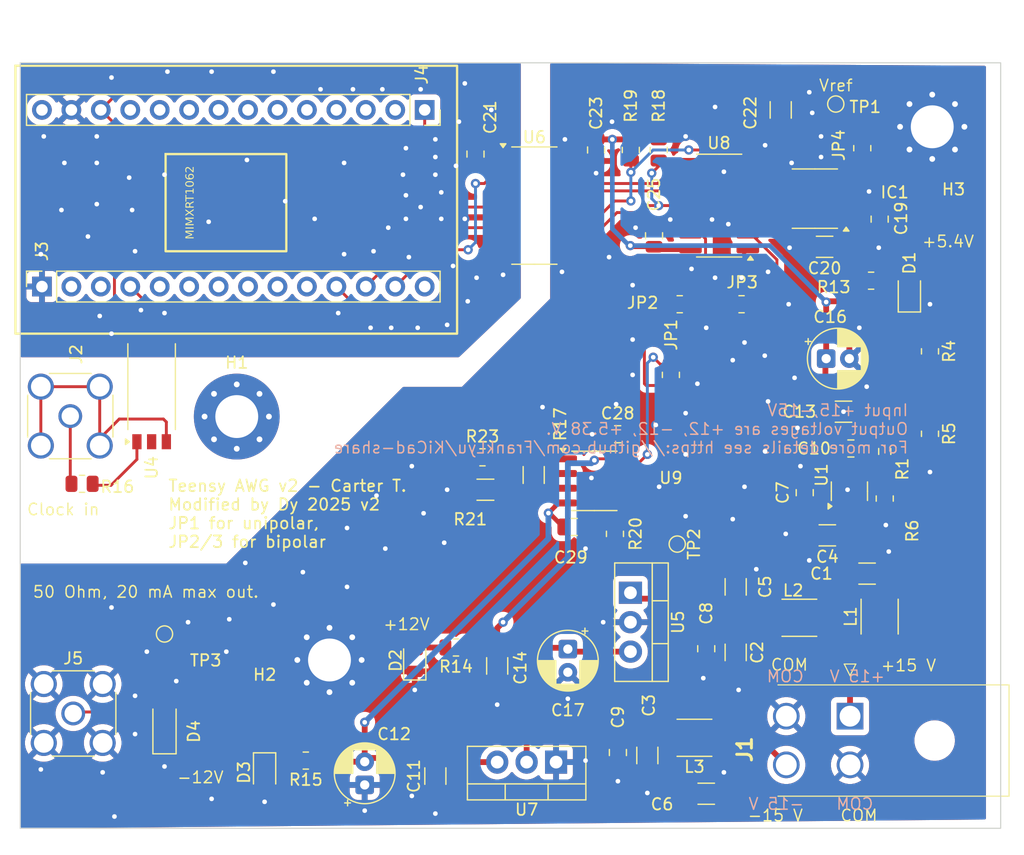
<source format=kicad_pcb>
(kicad_pcb (version 20241229) (generator "pcbnew") (generator_version "9.0")
  (layers (0 "F.Cu" signal) (4 "In1.Cu" signal) (6 "In2.Cu" signal) (2 "B.Cu" signal) (13 "F.Paste" user) (15 "B.Paste" user) (5 "F.SilkS" user "F.Silkscreen") (7 "B.SilkS" user "B.Silkscreen") (1 "F.Mask" user) (3 "B.Mask" user) (25 "Edge.Cuts" user))
  (net 0 "")
  (net 1 "+3.3V")
  (net 2 "+5V")
  (net 3 "-12V")
  (net 4 "+12V")
  (net 5 "Net-(JP1-B)")
  (net 6 "Net-(JP1-A)")
  (net 7 "Net-(JP2-A)")
  (net 8 "GND")
  (net 9 "Vp_unreg")
  (net 10 "Vn_unreg")
  (net 11 "Net-(U1-EN)")
  (net 12 "Net-(U5-VI)")
  (net 13 "Net-(U1-SENSE{slash}ADJ)")
  (net 14 "/core/SCLK")
  (net 15 "/core/LDAC")
  (net 16 "GNDD")
  (net 17 "/core/CS")
  (net 18 "/core/DIN")
  (net 19 "Net-(J2-In)")
  (net 20 "Net-(J2-Ext)")
  (net 21 "Net-(U7-VI)")
  (net 22 "Net-(C10-Pad2)")
  (net 23 "Net-(D2-A)")
  (net 24 "Net-(D3-K)")
  (net 31 "Net-(J3-Pin_4)")
  (net 46 "Net-(D4-A2)")
  (net 47 "Net-(U4-A)")
  (net 48 "Net-(U6-I{slash}OB2)")
  (net 49 "Net-(U6-I{slash}OB1)")
  (net 51 "Net-(U6-OUTB1)")
  (net 53 "Net-(U6-OUTB2)")
  (net 58 "Net-(R4-Pad2)")
  (net 59 "Net-(U9A-+)")
  (net 60 "Net-(U9A--)")
  (net 61 "Net-(R17-Pad1)")
  (net 63 "Net-(D1-A)")
  (net 66 "Net-(IC1-NR)")
  (net 67 "/core/REF_F")
  (net 68 "/core/GNDS")
  (net 69 "/core/REF_S")
  (net 70 "Net-(U8-OUT)")
  (net 71 "Net-(JP3-B)")
  (footprint "Resistor_SMD:R_1206_3216Metric" (layer "F.Cu") (at 64.6176 66.04 -90)
    (property "Reference" "R17")
    (property "Value" "ARG06BTC1001")
  )
  (footprint "Capacitor_THT:CP_Radial_D5.0mm_P2.00mm" (layer "F.Cu") (at 67.564 81.058 -90)
    (property "Reference" "C17")
    (property "Value" "HG1H226M0508PC")
  )
  (footprint "Capacitor_SMD:C_0805_2012Metric" (layer "F.Cu") (at 68.1136 70.5238)
    (property "Reference" "C29")
    (property "Value" "CC0805KRX7R9BB104")
  )
  (footprint "Capacitor_SMD:C_0805_2012Metric" (layer "F.Cu") (at 71.8636 62.5238 180)
    (property "Reference" "C28")
    (property "Value" "CC0805KRX7R9BB104")
  )
  (footprint "Connector_Coaxial:SMA_Amphenol_132134-16_Vertical" (layer "F.Cu") (at 24.892 86.614)
    (property "Reference" "J5")
    (property "Value" "HJ-SMA429")
  )
  (footprint "LED_SMD:LED_0805_2012Metric" (layer "F.Cu") (at 54.356 82.042 90)
    (property "Reference" "D2")
    (property "Value" "C2297")
  )
  (footprint "TestPoint:TestPoint_Pad_D1.0mm" (layer "F.Cu") (at 77 72 -90)
    (property "Reference" "TP2")
    (property "Value" "Out/2.5")
  )
  (footprint "Resistor_SMD:R_0805_2012Metric" (layer "F.Cu") (at 44.958 90.678 180)
    (property "Reference" "R15")
    (property "Value" "0805W8F1003T5E")
  )
  (footprint "Inductor_SMD:L_Taiyo-Yuden_MD-3030" (layer "F.Cu") (at 87.536 78.359 180)
    (property "Reference" "L2")
    (property "Value" "SWPA3015S330MT")
  )
  (footprint "TestPoint:TestPoint_Pad_D1.0mm" (layer "F.Cu") (at 90.678 34.036)
    (property "Reference" "TP1")
    (property "Value" "Ref")
  )
  (footprint "Package_SO:SOIC-8_3.9x4.9mm_P1.27mm" (layer "F.Cu") (at 88.8746 42.1992 180)
    (property "Reference" "IC1")
    (property "Value" "MAX6126AASA50+")
  )
  (footprint "Package_SO:SOIC-16_3.9x9.9mm_P1.27mm" (layer "F.Cu") (at 64.676 42.799)
    (property "Reference" "U6")
    (property "Value" "MAX14850ASE+")
  )
  (footprint "Capacitor_SMD:C_1206_3216Metric_Pad1.33x1.80mm_HandSolder" (layer "F.Cu") (at 79.502 93.538)
    (property "Reference" "C6")
    (property "Value" "1206B475K500NT")
  )
  (footprint "Capacitor_SMD:C_0805_2012Metric" (layer "F.Cu") (at 70 38 -90)
    (property "Reference" "C23")
    (property "Value" "CC0805KRX7R9BB104")
  )
  (footprint "Capacitor_SMD:C_1206_3216Metric" (layer "F.Cu") (at 89.7128 46.355 180)
    (property "Reference" "C20")
    (property "Value" "CGA5L2C0G1H104JT0Y0N")
  )
  (footprint "MountingHole:MountingHole_3.7mm_Pad_Via" (layer "F.Cu") (at 39 61)
    (property "Reference" "H1")
    (property "Value" "MountingHole_Pad")
  )
  (footprint "teensy:39-30-Y040" (layer "F.Cu") (at 91.9081 86.8485 90)
    (property "Reference" "J1")
    (property "Value" "39300040" (hide yes))
  )
  (footprint "Resistor_SMD:R_1206_3216Metric" (layer "F.Cu") (at 60.452 67.31 180)
    (property "Reference" "R21")
    (property "Value" "ARG06BTC1001")
  )
  (footprint "Resistor_SMD:R_0805_2012Metric" (layer "F.Cu") (at 25.654 66.802)
    (property "Reference" "R16")
    (property "Value" "0805W8F6800T5E")
  )
  (footprint "Package_SO:SOIC-8_3.9x4.9mm_P1.27mm" (layer "F.Cu") (at 69.85 66.548)
    (property "Reference" "U9")
    (property "Value" "OPA2192IDR")
  )
  (footprint "Resistor_SMD:R_0805_2012Metric" (layer "F.Cu") (at 94.902 68.072 -90)
    (property "Reference" "R6")
    (property "Value" "0805W8F1002T5E")
  )
  (footprint "Resistor_SMD:R_0805_2012Metric" (layer "F.Cu") (at 82.55 51.308 180)
    (property "Reference" "JP3")
    (property "Value" "DNP")
  )
  (footprint "Resistor_SMD:R_0805_2012Metric" (layer "F.Cu") (at 77.216 51.308 180)
    (property "Reference" "JP2")
    (property "Value" "DNP")
  )
  (footprint "MountingHole:MountingHole_3.7mm_Pad_Via" (layer "F.Cu") (at 99 36)
    (property "Reference" "H3")
    (property "Value" "MountingHole_Pad")
  )
  (footprint "Capacitor_SMD:C_1206_3216Metric_Pad1.33x1.80mm_HandSolder" (layer "F.Cu") (at 82.042 81.346 -90)
    (property "Reference" "C2")
    (property "Value" "1206B475K500NT")
  )
  (footprint "Diode_SMD:D_SOD-123F" (layer "F.Cu") (at 32.766 87.884 90)
    (property "Reference" "D4")
    (property "Value" "SMF12CA")
  )
  (footprint "Capacitor_SMD:C_1206_3216Metric_Pad1.33x1.80mm_HandSolder" (layer "F.Cu") (at 56.134 92.014 90)
    (property "Reference" "C11")
    (property "Value" "1206B475K500NT")
  )
  (footprint "Connector_Coaxial:SMA_Amphenol_132134-16_Vertical" (layer "F.Cu") (at 24.638 60.96 90)
    (property "Reference" "J2")
    (property "Value" "HJ-SMA429")
  )
  (footprint "Inductor_SMD:L_Taiyo-Yuden_MD-3030" (layer "F.Cu") (at 94.461 78.258 90)
    (property "Reference" "L1")
    (property "Value" "SWPA3015S330MT")
  )
  (footprint "Capacitor_SMD:C_0805_2012Metric" (layer "F.Cu") (at 94.4626 43.9674 90)
    (property "Reference" "C19")
    (property "Value" "CC0805KRX7R9BB104")
  )
  (footprint "Package_SO:SO-6L_10x3.84mm_P1.27mm" (layer "F.Cu") (at 31.656 58.42 90)
    (property "Reference" "U4")
    (property "Value" "TLP2770(TP,E")
  )
  (footprint "LED_SMD:LED_0805_2012Metric" (layer "F.Cu") (at 97.028 50.292 90)
    (property "Reference" "D1")
    (property "Value" "C2297")
  )
  (footprint "Resistor_SMD:R_0805_2012Metric" (layer "F.Cu") (at 76.454 57.404 90)
    (property "Reference" "JP1")
    (property "Value" "RC0805FR-070RL")
  )
  (footprint "Resistor_SMD:R_0805_2012Metric" (layer "F.Cu") (at 60.198 64.516 180)
    (property "Reference" "R23")
    (property "Value" "AR05FTBW0500")
  )
  (footprint "Package_TO_SOT_THT:TO-220-3_Vertical" (layer "F.Cu") (at 66.548 90.81 180)
    (property "Reference" "U7")
    (property "Value" "LM7912T")
  )
  (footprint "Resistor_SMD:R_0603_1608Metric_Pad0.98x0.95mm_HandSolder" (layer "F.Cu") (at 94.902 64.008 -90)
    (property "Reference" "R1")
    (property "Value" "0603WAF470JT5E")
  )
  (footprint "Package_TO_SOT_SMD:TSOT-23-5" (layer "F.Cu") (at 91.854 67.437 90)
    (property "Reference" "U1")
    (property "Value" "ADP7118AUJZ-R7")
  )
  (footprint "Capacitor_SMD:C_0805_2012Metric" (layer "F.Cu") (at 91.981 63.754)
    (property "Reference" "C10")
    (property "Value" "0805CG103J500NT")
  )
  (footprint "Capacitor_SMD:C_1206_3216Metric_Pad1.33x1.80mm_HandSolder" (layer "F.Cu") (at 74.422 90.236 -90)
    (property "Reference" "C3")
    (property "Value" "1206B475K500NT")
  )
  (footprint "Capacitor_SMD:C_0805_2012Metric" (layer "F.Cu") (at 59.596 38.354 -90)
    (property "Reference" "C21")
    (property "Value" "CC0805KRX7R9BB104")
  )
  (footprint "Capacitor_SMD:C_0805_2012Metric" (layer "F.Cu") (at 88 67.564 90)
    (property "Reference" "C7")
    (property "Value" "CC0805KRX7R9BB104")
  )
  (footprint "LED_SMD:LED_0805_2012Metric" (layer "F.Cu") (at 41.402 91.694 -90)
    (property "Reference" "D3")
    (property "Value" "C2297")
  )
  (footprint "Connector_PinSocket_2.54mm:PinSocket_1x14_P2.54mm_Vertical" (layer "F.Cu") (at 55.213 34.544 -90)
    (property "Reference" "J4")
    (property "Value" "PM254-1-14-Z-8.5")
  )
  (footprint "Resistor_SMD:R_0805_2012Metric" (layer "F.Cu") (at 92.964 37.846 90)
    (property "Reference" "JP4")
    (property "Value" "DNP")
  )
  (footprint "MountingHole:MountingHole_3.7mm_Pad_Via" (layer "F.Cu") (at 47 82)
    (property "Reference" "H2")
    (property "Value" "MountingHole_Pad")
  )
  (footprint "Capacitor_SMD:C_1206_3216Metric_Pad1.33x1.80mm_HandSolder" (layer "F.Cu") (at 82.042 75.692 90)
    (property "Reference" "C5")
    (property "Value" "1206B475K500NT")
  )
  (footprint "Resistor_SMD:R_0805_2012Metric" (layer "F.Cu") (at 71.628 71.12 90)
    (property "Reference" "R20")
    (property "Value" "0805W8F1000T5E")
  )
  (footprint "Package_TO_SOT_THT:TO-220-3_Vertical" (layer "F.Cu") (at 72.964 76.2 -90)
    (property "Reference" "U5")
    (property "Value" "LM7812T")
  )
  (footprint "Capacitor_SMD:C_0805_2012Metric" (layer "F.Cu") (at 71.882 89.982 -90)
    (property "Reference" "C9")
    (property "Value" "CC0805KRX7R9BB104")
  )
  (footprint "TestPoint:TestPoint_Pad_D1.0mm" (layer "F.Cu") (at 32.766 79.756)
    (property "Reference" "TP3")
    (property "Value" "Out")
  )
  (footprint "Resistor_SMD:R_0805_2012Metric" (layer "F.Cu") (at 98.806 62.484 -90)
    (property "Reference" "R5")
    (property "Value" "RC0805FR-070RL")
  )
  (footprint "Resistor_SMD:R_0805_2012Metric" (layer "F.Cu") (at 72.996 38 -90)
    (property "Reference" "R19")
    (property "Value" "PTFR0805B1K00N9")
  )
  (footprint "Inductor_SMD:L_Taiyo-Yuden_MD-3030" (layer "F.Cu") (at 78.486 88.712 180)
    (property "Reference" "L3")
    (property "Value" "SWPA3015S330MT")
  )
  (footprint "Connector_PinSocket_2.54mm:PinSocket_1x14_P2.54mm_Vertical" (layer "F.Cu") (at 22.193 49.784 90)
    (property "Reference" "J3")
    (property "Value" "PM254-1-14-Z-8.5")
  )
  (footprint "Capacitor_SMD:C_1206_3216Metric" (layer "F.Cu") (at 85.9282 34.544 90)
    (property "Reference" "C22")
    (property "Value" "CGA5L2C0G1H104JT0Y0N")
  )
  (footprint "Capacitor_THT:CP_Radial_D5.0mm_P2.00mm" (layer "F.Cu") (at 89.849888 56)
    (property "Reference" "C16")
    (property "Value" "HG1H226M0508PC")
  )
  (footprint "Package_SO:SOIC-14_3.9x8.7mm_P1.27mm" (layer "F.Cu") (at 80.616 42.799 180)
    (property "Reference" "U8")
    (property "Value" "MAX5719AGSD+")
  )
  (footprint "Capacitor_SMD:C_0805_2012Metric" (layer "F.Cu") (at 79.502 81.026 -90)
    (property "Reference" "C8")
    (property "Value" "CC0805KRX7R9BB104")
  )
  (footprint "Resistor_SMD:R_0805_2012Metric" (layer "F.Cu") (at 98.806 55.372 -90)
    (property "Reference" "R4")
    (property "Value" "AR05BTBW3482")
  )
  (footprint "Capacitor_SMD:C_1206_3216Metric_Pad1.33x1.80mm_HandSolder" (layer "F.Cu") (at 93.378 74.549)
    (property "Reference" "C1")
    (property "Value" "1206B475K500NT")
  )
  (footprint "Capacitor_SMD:C_1206_3216Metric_Pad1.33x1.80mm_HandSolder" (layer "F.Cu") (at 91.346 60.579)
    (property "Reference" "C13")
    (property "Value" "1206B475K500NT")
  )
  (footprint "Capacitor_THT:CP_Radial_D5.0mm_P2.00mm" (layer "F.Cu") (at 50.038 92.776 90)
    (property "Reference" "C12")
    (property "Value" "HG1H226M0508PC")
  )
  (footprint "Resistor_SMD:R_0805_2012Metric" (layer "F.Cu") (at 75.4 38 -90)
    (property "Reference" "R18")
    (property "Value" "PTFR0805B1K00N9")
  )
  (footprint "Capacitor_SMD:C_0805_2012Metric" (layer "F.Cu") (at 75 45.4 -90)
    (property "Reference" "C25")
    (property "Value" "CC0805KRX7R9BB104")
  )
  (footprint "Capacitor_SMD:C_1206_3216Metric_Pad1.33x1.80mm_HandSolder" (layer "F.Cu") (at 61.468 82.5115 -90)
    (property "Reference" "C14")
    (property "Value" "1206B475K500NT")
  )
  (footprint "Resistor_SMD:R_0805_2012Metric" (layer "F.Cu") (at 57.912 80.9215 180)
    (property "Reference" "R14")
    (property "Value" "0805W8F1003T5E")
  )
  (footprint "Resistor_SMD:R_0805_2012Metric" (layer "F.Cu") (at 93.726 49.276)
    (property "Reference" "R13")
    (property "Value" "0805W8F3162T5E")
  )
  (footprint "Capacitor_SMD:C_1206_3216Metric_Pad1.33x1.80mm_HandSolder" (layer "F.Cu") (at 89.949 71.247 180)
    (property "Reference" "C4")
    (property "Value" "1206B475K500NT")
  )
  (gr_rect (start 19.907 30.734) (end 58.007 53.848) (stroke (width 0.2)) (fill no) (layer "F.SilkS"))
  (gr_rect (start 32.861 38.354) (end 43.275 46.736) (stroke (width 0.2)) (fill no) (layer "F.SilkS"))
  (gr_rect (start 20.32 30.48) (end 104.902 96.52) (stroke (width 0.1)) (fill no) (layer "Edge.Cuts"))
  (gr_text "+5.4V\n" (at 98.044 46.482 0) (layer "F.SilkS") (effects (font (size 1 1) (thickness 0.125)) (justify left bottom)))
  (gr_text "+12V\n" (at 51.562 79.502 0) (layer "F.SilkS") (effects (font (size 1 1) (thickness 0.125)) (justify left bottom)))
  (gr_text "Clock in" (at 20.828 69.596 0) (layer "F.SilkS") (effects (font (size 1 1) (thickness 0.125)) (justify left bottom)))
  (gr_text "MIMXRT1062\n" (at 35.401 45.72 90) (layer "F.SilkS") (effects (font (size 0.7 0.7) (thickness 0.175)) (justify left bottom)))
  (gr_text "50 Ohm, 20 mA max out." (at 21.336 76.708 0) (layer "F.SilkS") (effects (font (size 1 1) (thickness 0.125)) (justify left bottom)))
  (gr_text "Teensy AWG v2 - Carter T.\nModified by Dy 2025 v2\nJP1 for unipolar, \nJP2/3 for bipolar\n" (at 33.02 72.39 0) (layer "F.SilkS") (effects (font (size 1 1)) (justify left bottom)))
  (gr_text "+15 V" (at 94.488 83.058 0) (layer "F.SilkS") (effects (font (size 1 1) (thickness 0.125)) (justify left bottom)))
  (gr_text "-12V\n" (at 33.782 92.71 0) (layer "F.SilkS") (effects (font (size 1 1) (thickness 0.125)) (justify left bottom)))
  (gr_text "COM\n" (at 85 83 0) (layer "F.SilkS") (effects (font (size 1 1) (thickness 0.125)) (justify left bottom)))
  (gr_text "COM\n" (at 91 96 0) (layer "F.SilkS") (effects (font (size 1 1) (thickness 0.125)) (justify left bottom)))
  (gr_text "Vref" (at 89.154 33.02 0) (layer "F.SilkS") (effects (font (size 1 1) (thickness 0.125)) (justify left bottom)))
  (gr_text "-15 V" (at 83 96 0) (layer "F.SilkS") (effects (font (size 1 1) (thickness 0.125)) (justify left bottom)))
  (gr_text "COM" (at 88 84 0) (layer "B.SilkS") (effects (font (size 1 1) (thickness 0.125)) (justify left bottom mirror)))
  (gr_text "COM" (at 94 95 0) (layer "B.SilkS") (effects (font (size 1 1) (thickness 0.125)) (justify left bottom mirror)))
  (gr_text "Input +15,-15V\nOutput voltages are +12, -12, +5.38 V.\nFor more details see https://github.com/FrankLyu/KiCad-share" (at 97 64.262 0) (layer "B.SilkS") (effects (font (size 1 1) (thickness 0.125)) (justify left bottom mirror)))
  (gr_text "+15 V" (at 95 84 0) (layer "B.SilkS") (effects (font (size 1 1) (thickness 0.125)) (justify left bottom mirror)))
  (gr_text "-15 V" (at 88 95 0) (layer "B.SilkS") (effects (font (size 1 1) (thickness 0.125)) (justify left bottom mirror)))
  (segment (start 59.596 34.544) (end 59.596 37.404) (width 0.25) (layer "F.Cu") (net 1))
  (segment (start 29.813 32.004) (end 57.056 32.004) (width 0.25) (layer "F.Cu") (net 1))
  (segment (start 27.273 34.544) (end 29.813 32.004) (width 0.25) (layer "F.Cu") (net 1))
  (segment (start 61.251 37.404) (end 62.201 38.354) (width 0.25) (layer "F.Cu") (net 1))
  (segment (start 28.449 35.72) (end 27.273 34.544) (width 0.25) (layer "F.Cu") (net 1))
  (segment (start 57.056 32.004) (end 59.596 34.544) (width 0.25) (layer "F.Cu") (net 1))
  (segment (start 28.449 51.733) (end 28.449 35.72) (width 0.25) (layer "F.Cu") (net 1))
  (segment (start 30.386 53.67) (end 28.449 51.733) (width 0.25) (layer "F.Cu") (net 1))
  (segment (start 59.596 37.404) (end 61.251 37.404) (width 0.25) (layer "F.Cu") (net 1))
  (segment (start 71.4 37.0875) (end 70.4375 37.0875) (width 0.5) (layer "F.Cu") (net 2))
  (segment (start 73.05 46.35) (end 75 46.35) (width 0.4) (layer "F.Cu") (net 2))
  (segment (start 72.996 37.0875) (end 71.4 37.0875) (width 0.5) (layer "F.Cu") (net 2))
  (segment (start 91.031 63.754) (end 89.441 62.164) (width 0.5) (layer "F.Cu") (net 2))
  (segment (start 92.8135 49.276) (end 92.8135 43.323101) (width 0.5) (layer "F.Cu") (net 2))
  (segment (start 89.849888 56) (end 89.849888 51.120112) (width 0.5) (layer "F.Cu") (net 2))
  (segment (start 68.446 38.354) (end 69.75 37.05) (width 0.4) (layer "F.Cu") (net 2))
  (segment (start 67.151 38.354) (end 68.446 38.354) (width 0.4) (layer "F.Cu") (net 2))
  (segment (start 96.6565 54.4595) (end 92.8135 50.6165) (width 0.5) (layer "F.Cu") (net 2))
  (segment (start 98.806 54.4595) (end 96.6565 54.4595) (width 0.5) (layer "F.Cu") (net 2))
  (segment (start 89.441 62.164) (end 89.441 60.9215) (width 0.5) (layer "F.Cu") (net 2))
  (segment (start 94.2794 42.8342) (end 94.4626 43.0174) (width 0.5) (layer "F.Cu") (net 2))
  (segment (start 69.75 37.05) (end 70 37.05) (width 0.4) (layer "F.Cu") (net 2))
  (segment (start 75.4 37.0875) (end 72.996 37.0875) (width 0.5) (layer "F.Cu") (net 2))
  (segment (start 70.4375 37.0875) (end 70.4 37.05) (width 0.5) (layer "F.Cu") (net 2))
  (segment (start 90.904 66.2995) (end 90.904 63.881) (width 0.5) (layer "F.Cu") (net 2))
  (segment (start 89.7835 56.066388) (end 89.849888 56) (width 0.5) (layer "F.Cu") (net 2))
  (segment (start 93.251 51.054) (end 92.8135 50.6165) (width 0.5) (layer "F.Cu") (net 2))
  (segment (start 94.8744 42.8342) (end 94.996 42.7126) (width 0.25) (layer "F.Cu") (net 2))
  (segment (start 92.8135 43.323101) (end 92.324599 42.8342) (width 0.5) (layer "F.Cu") (net 2))
  (segment (start 72.95 46.25) (end 73.05 46.35) (width 0.4) (layer "F.Cu") (net 2))
  (segment (start 78.141 46.609) (end 75.259 46.609) (width 0.4) (layer "F.Cu") (net 2))
  (segment (start 70.4 37.05) (end 70 37.05) (width 0.5) (layer "F.Cu") (net 2))
  (segment (start 75.259 46.609) (end 75 46.35) (width 0.4) (layer "F.Cu") (net 2))
  (segment (start 89.849888 51.120112) (end 89.916 51.054) (width 0.5) (layer "F.Cu") (net 2))
  (segment (start 89.916 51.054) (end 93.251 51.054) (width 0.5) (layer "F.Cu") (net 2))
  (segment (start 92.8135 50.6165) (end 92.8135 49.276) (width 0.5) (layer "F.Cu") (net 2))
  (segment (start 89.7835 60.579) (end 89.7835 56.066388) (width 0.5) (layer "F.Cu") (net 2))
  (segment (start 91.3496 42.8342) (end 94.2794 42.8342) (width 0.5) (layer "F.Cu") (net 2))
  (segment (start 92.324599 42.8342) (end 91.3496 42.8342) (width 0.5) (layer "F.Cu") (net 2))
  (via (at 72.95 46.25) (size 0.8) (drill 0.4) (layers "F.Cu" "B.Cu") (net 2))
  (via (at 71.4 37.0875) (size 0.8) (drill 0.4) (layers "F.Cu" "B.Cu") (net 2))
  (via (at 89.849888 51.120112) (size 0.8) (drill 0.4) (layers "F.Cu" "B.Cu") (net 2))
  (segment (start 72.95 46.25) (end 84.979776 46.25) (width 0.4) (layer "B.Cu") (net 2))
  (segment (start 71.4 44.8) (end 71.4 37.0875) (width 0.4) (layer "B.Cu") (net 2))
  (segment (start 72.95 46.25) (end 72.85 46.25) (width 0.4) (layer "B.Cu") (net 2))
  (segment (start 84.979776 46.25) (end 89.849888 51.120112) (width 0.4) (layer "B.Cu") (net 2))
  (segment (start 72.85 46.25) (end 71.4 44.8) (width 0.4) (layer "B.Cu") (net 2))
  (segment (start 56.4925 90.81) (end 56.134 90.4515) (width 0.5) (layer "F.Cu") (net 3))
  (segment (start 66.4636 68.7238) (end 66.7586 68.4288) (width 0.4) (layer "F.Cu") (net 3))
  (segment (start 65.9676 69.3278) (end 67.1636 70.5238) (width 0.4) (layer "F.Cu") (net 3))
  (segment (start 45.9685 90.776) (end 45.8705 90.678) (width 0.5) (layer "F.Cu") (net 3))
  (segment (start 61.468 90.81) (end 56.4925 90.81) (width 0.5) (layer "F.Cu") (net 3))
  (segment (start 66.7586 68.4288) (end 67.3886 68.4288) (width 0.4) (layer "F.Cu") (net 3))
  (segment (start 65.8876 69.3278) (end 65.9676 69.3278) (width 0.4) (layer "F.Cu") (net 3))
  (segment (start 50.3625 90.4515) (end 50.038 90.776) (width 0.5) (layer "F.Cu") (net 3))
  (segment (start 50.038 90.776) (end 50.038 87.376) (width 0.5) (layer "F.Cu") (net 3))
  (segment (start 56.134 90.4515) (end 50.3625 90.4515) (width 0.5) (layer "F.Cu") (net 3))
  (segment (start 50.038 90.776) (end 45.9685 90.776) (width 0.5) (layer "F.Cu") (net 3))
  (segment (start 65.8876 69.3278) (end 66.4636 68.7518) (width 0.4) (layer "F.Cu") (net 3))
  (segment (start 66.4636 68.7518) (end 66.4636 68.7238) (width 0.4) (layer "F.Cu") (net 3))
  (via (at 65.8876 69.3278) (size 0.8) (drill 0.4) (layers "F.Cu" "B.Cu") (net 3))
  (via (at 50.038 87.376) (size 0.8) (drill 0.4) (layers "F.Cu" "B.Cu") (net 3))
  (segment (start 65.8876 71.5264) (end 65.8876 69.3278) (width 0.5) (layer "B.Cu") (net 3))
  (segment (start 50.038 87.376) (end 65.8876 71.5264) (width 0.5) (layer "B.Cu") (net 3))
  (segment (start 61.468 80.949) (end 58.852 80.949) (width 0.5) (layer "F.Cu") (net 4))
  (segment (start 61.468 79.248) (end 61.976 78.74) (width 0.5) (layer "F.Cu") (net 4))
  (segment (start 67.786 81.28) (end 67.564 81.058) (width 0.5) (layer "F.Cu") (net 4))
  (segment (start 58.852 80.949) (end 58.8245 80.9215) (width 0.5) (layer "F.Cu") (net 4))
  (segment (start 72.964 81.28) (end 67.786 81.28) (width 0.5) (layer "F.Cu") (net 4))
  (segment (start 72.325 64.643) (end 72.325 63.0124) (width 0.25) (layer "F.Cu") (net 4))
  (segment (start 67.169 80.949) (end 61.468 80.949) (width 0.5) (layer "F.Cu") (net 4))
  (segment (start 67.278 81.058) (end 67.169 80.949) (width 0.5) (layer "F.Cu") (net 4))
  (segment (start 61.468 80.949) (end 61.468 79.248) (width 0.5) (layer "F.Cu") (net 4))
  (segment (start 72.325 63.0124) (end 72.8136 62.5238) (width 0.25) (layer "F.Cu") (net 4))
  (segment (start 69.85 64.77) (end 69.977 64.643) (width 0.25) (layer "F.Cu") (net 4))
  (segment (start 69.977 64.643) (end 72.325 64.643) (width 0.25) (layer "F.Cu") (net 4))
  (segment (start 67.564 81.058) (end 67.278 81.058) (width 0.5) (layer "F.Cu") (net 4))
  (via (at 69.85 64.77) (size 0.8) (drill 0.4) (layers "F.Cu" "B.Cu") (net 4))
  (via (at 61.976 78.74) (size 0.8) (drill 0.4) (layers "F.Cu" "B.Cu") (net 4))
  (segment (start 61.976 78.74) (end 67.564 73.152) (width 0.5) (layer "B.Cu") (net 4))
  (segment (start 67.564 73.152) (end 67.564 65.024) (width 0.5) (layer "B.Cu") (net 4))
  (segment (start 69.596 65.024) (end 69.85 64.77) (width 0.5) (layer "B.Cu") (net 4))
  (segment (start 67.564 65.024) (end 69.596 65.024) (width 0.5) (layer "B.Cu") (net 4))
  (segment (start 71.628 70.2075) (end 75.2075 70.2075) (width 0.25) (layer "F.Cu") (net 5))
  (segment (start 78.279 56.4915) (end 76.454 56.4915) (width 0.25) (layer "F.Cu") (net 5))
  (segment (start 75.5415 56.4915) (end 74.93 55.88) (width 0.25) (layer "F.Cu") (net 5))
  (segment (start 72.325 65.913) (end 71.501 65.913) (width 0.25) (layer "F.Cu") (net 5))
  (segment (start 72.771 65.913) (end 72.325 65.913) (width 0.25) (layer "F.Cu") (net 5))
  (segment (start 74.422 64.262) (end 72.771 65.913) (width 0.25) (layer "F.Cu") (net 5))
  (segment (start 83.4625 51.308) (end 78.279 56.4915) (width 0.25) (layer "F.Cu") (net 5))
  (segment (start 70.612 66.802) (end 70.612 69.1915) (width 0.25) (layer "F.Cu") (net 5))
  (segment (start 76.454 56.4915) (end 75.5415 56.4915) (width 0.25) (layer "F.Cu") (net 5))
  (segment (start 70.612 69.1915) (end 71.628 70.2075) (width 0.25) (layer "F.Cu") (net 5))
  (segment (start 71.501 65.913) (end 70.612 66.802) (width 0.25) (layer "F.Cu") (net 5))
  (segment (start 75.2075 70.2075) (end 77 72) (width 0.25) (layer "F.Cu") (net 5))
  (via (at 74.93 55.88) (size 0.8) (drill 0.4) (layers "F.Cu" "B.Cu") (net 5))
  (via (at 74.422 64.262) (size 0.8) (drill 0.4) (layers "F.Cu" "B.Cu") (net 5))
  (segment (start 74.93 55.88) (end 74.422 56.388) (width 0.25) (layer "B.Cu") (net 5))
  (segment (start 74.422 56.388) (end 74.422 64.262) (width 0.25) (layer "B.Cu") (net 5))
  (segment (start 74.168 53.4435) (end 74.168 58.166) (width 0.25) (layer "F.Cu") (net 6))
  (segment (start 76.3035 51.308) (end 74.168 53.4435) (width 0.25) (layer "F.Cu") (net 6))
  (segment (start 74.168 58.166) (end 74.3185 58.3165) (width 0.25) (layer "F.Cu") (net 6))
  (segment (start 73.299999 67.183) (end 72.325 67.183) (width 0.25) (layer "F.Cu") (net 6))
  (segment (start 74.3185 58.3165) (end 76.454 58.3165) (width 0.25) (layer "F.Cu") (net 6))
  (segment (start 76.454 64.028999) (end 73.299999 67.183) (width 0.25) (layer "F.Cu") (net 6))
  (segment (start 76.454 58.3165) (end 76.454 64.028999) (width 0.25) (layer "F.Cu") (net 6))
  (segment (start 79.442 49.9945) (end 79.442 45.665001) (width 0.25) (layer "F.Cu") (net 7))
  (segment (start 79.442 45.665001) (end 79.115999 45.339) (width 0.25) (layer "F.Cu") (net 7))
  (segment (start 78.1285 51.308) (end 79.442 49.9945) (width 0.25) (layer "F.Cu") (net 7))
  (segment (start 79.115999 45.339) (end 78.141 45.339) (width 0.25) (layer "F.Cu") (net 7))
  (segment (start 91.854 68.5745) (end 91.854 67.47) (width 0.25) (layer "F.Cu") (net 8))
  (segment (start 81.407 44.3992) (end 81.7372 44.069) (width 0.25) (layer "F.Cu") (net 8))
  (segment (start 81.7372 44.069) (end 83.091 44.069) (width 0.25) (layer "F.Cu") (net 8))
  (segment (start 70 40) (end 70 38.95) (width 0.25) (layer "F.Cu") (net 8))
  (segment (start 73.406 44.704) (end 74.746 44.704) (width 0.25) (layer "F.Cu") (net 8))
  (segment (start 91.849888 54.200112) (end 92.71 53.34) (width 0.5) (layer "F.Cu") (net 8))
  (segment (start 91.3496 41.5642) (end 93.5326 41.5642) (width 0.25) (layer "F.Cu") (net 8))
  (segment (start 91.849888 56) (end 91.849888 54.200112) (width 0.5) (layer "F.Cu") (net 8))
  (segment (start 77.343 44.069) (end 77.274 44) (width 0.25) (layer "F.Cu") (net 8))
  (segment (start 79.318 44.069) (end 78.141 44.069) (width 0.25) (layer "F.Cu") (net 8))
  (segment (start 80 44) (end 79.387 44) (width 0.25) (layer "F.Cu") (net 8))
  (segment (start 91.854 67.47) (end 91.694 67.31) (width 0.25) (layer "F.Cu") (net 8))
  (segment (start 79.387 44) (end 79.318 44.069) (width 0.25) (layer "F.Cu") (net 8))
  (segment (start 70.9136 62.5238) (end 69.6636 62.5238) (width 0.4) (layer "F.Cu") (net 8))
  (segment (start 93.5326 41.5642) (end 93.5482 41.5798) (width 0.25) (layer "F.Cu") (net 8))
  (segment (start 74.746 44.704) (end 75 44.45) (width 0.25) (layer "F.Cu") (net 8))
  (segment (start 77.274 44) (end 76.4 44) (width 0.25) (layer "F.Cu") (net 8))
  (via (at 71.882 92.456) (size 0.8) (drill 0.4) (layers "F.Cu" "B.Cu") (net 8))
  (via (at 81.788 56.134) (size 0.8) (drill 0.4) (layers "F.Cu" "B.Cu") (net 8))
  (via (at 51.816 72.39) (size 0.8) (drill 0.4) (layers "F.Cu" "B.Cu") (net 8))
  (via (at 73.152 49.66) (size 0.8) (drill 0.4) (layers "F.Cu" "B.Cu") (net 8))
  (via (at 84.582 64.008) (size 0.8) (drill 0.4) (layers "F.Cu" "B.Cu") (net 8))
  (via (at 77.724 69.596) (size 0.8) (drill 0.4) (layers "F.Cu" "B.Cu") (net 8))
  (via (at 92.71 53.34) (size 0.8) (drill 0.4) (layers "F.Cu" "B.Cu") (net 8))
  (via (at 70 40) (size 0.8) (drill 0.4) (layers "F.Cu" "B.Cu") (net 8))
  (via (at 98.806 51.308) (size 0.8) (drill 0.4) (layers "F.Cu" "B.Cu") (net 8))
  (via (at 28.448 95.504) (size 0.8) (drill 0.4) (layers "F.Cu" "B.Cu") (net 8))
  (via (at 86.6902 46.4312) (size 0.8) (drill 0.4) (layers "F.Cu" "B.Cu") (net 8))
  (via (at 89.408 36.83) (size 0.8) (drill 0.4) (layers "F.Cu" "B.Cu") (net 8))
  (via (at 82.804 54.61) (size 0.8) (drill 0.4) (layers "F.Cu" "B.Cu") (net 8))
  (via (at 82.296 84.582) (size 0.8) (drill 0.4) (layers "F.Cu" "B.Cu") (net 8))
  (via (at 50.038 94.996) (size 0.8) (drill 0.4) (layers "F.Cu" "B.Cu") (net 8))
  (via (at 81.026 39.878) (size 0.8) (drill 0.4) (layers "F.Cu" "B.Cu") (net 8))
  (via (at 67.31 37.084) (size 0.8) (drill 0.4) (layers "F.Cu" "B.Cu") (net 8))
  (via (at 32.766 91.186) (size 0.8) (drill 0.4) (layers "F.Cu" "B.Cu") (net 8))
  (via (at 77.724 36.83) (size 0.8) (drill 0.4) (layers "F.Cu" "B.Cu") (net 8))
  (via (at 69.088 90.678) (size 0.8) (drill 0.4) (layers "F.Cu" "B.Cu") (net 8))
  (via (at 36.83 93.98) (size 0.8) (drill 0.4) (layers "F.Cu" "B.Cu") (net 8))
  (via (at 78.74 58.166) (size 0.8) (drill 0.4) (layers "F.Cu" "B.Cu") (net 8))
  (via (at 54.102 65.278) (size 0.8) (drill 0.4) (layers "F.Cu" "B.Cu") (net 8))
  (via (at 86.614 51.308) (size 0.8) (drill 0.4) (layers "F.Cu" "B.Cu") (net 8))
  (via (at 57.15 67.31) (size 0.8) (drill 0.4) (layers "F.Cu" "B.Cu") (net 8))
  (via (at 87.376 61.976) (size 0.8) (drill 0.4) (layers "F.Cu" "B.Cu") (net 8))
  (via (at 93.5482 41.5798) (size 0.8) (drill 0.4) (layers "F.Cu" "B.Cu") (net 8))
  (via (at 30.226 88.392) (size 0.8) (drill 0.4) (layers "F.Cu" "B.Cu") (net 8))
  (via (at 83.82 74.168) (size 0.8) (drill 0.4) (layers "F.Cu" "B.Cu") (net 8))
  (via (at 89.408 38.608) (size 0.8) (drill 0.4) (layers "F.Cu" "B.Cu") (net 8))
  (via (at 80 44) (size 0.8) (drill 0.4) (layers "F.Cu" "B.Cu") (net 8))
  (via (at 73.152 57.404) (size 0.8) (drill 0.4) (layers "F.Cu" "B.Cu") (net 8))
  (via (at 88.392 73.406) (size 0.8) (drill 0.4) (layers "F.Cu" "B.Cu") (net 8))
  (via (at 75.438 67.056) (size 0.8) (drill 0.4) (layers "F.Cu" "B.Cu") (net 8))
  (via (at 84.836 48.514) (size 0.8) (drill 0.4) (layers "F.Cu" "B.Cu") (net 8))
  (via (at 38.1 81.28) (size 0.8) (drill 0.4) (layers "F.Cu" "B.Cu") (net 8))
  (via (at 82.804 67.056) (size 0.8) (drill 0.4) (layers "F.Cu" "B.Cu") (net 8))
  (via (at 73.406 44.704) (size 0.8) (drill 0.4) (layers "F.Cu" "B.Cu") (net 8))
  (via (at 28.194 77.47) (size 0.8) (drill 0.4) (layers "F.Cu" "B.Cu") (net 8))
  (via (at 67.564 85.344) (size 0.8) (drill 0.4) (layers "F.Cu" "B.Cu") (net 8))
  (via (at 61.468 85.852) (size 0.8) (drill 0.4) (layers "F.Cu" "B.Cu") (net 8))
  (via (at 71.7296 59.9298) (size 0.8) (drill 0.4) (layers "F.Cu" "B.Cu") (net 8))
  (via (at 95.25 72.644) (size 0.8) (drill 0.4) (layers "F.Cu" "B.Cu") (net 8))
  (via (at 71.374 35.56) (size 0.8) (drill 0.4) (layers "F.Cu" "B.Cu") (net 8))
  (via (at 54.356 84.582) (size 0.8) (drill 0.4) (layers "F.Cu" "B.Cu") (net 8))
  (via (at 80.264 34.29) (size 0.8) (drill 0.4) (layers "F.Cu" "B.Cu") (net 8))
  (via (at 78.232 48.26) (size 0.8) (drill 0.4) (layers "F.Cu" "B.Cu") (net 8))
  (via (at 67.056 48.514) (size 0.8) (drill 0.4) (layers "F.Cu" "B.Cu") (net 8))
  (via (at 84.550888 55.745774) (size 0.8) (drill 0.4) (layers "F.Cu" "B.Cu") (net 8))
  (via (at 54.102 93.726) (size 0.8) (drill 0.4) (layers "F.Cu" "B.Cu") (net 8))
  (via (at 31.242 81.28) (size 0.8) (drill 0.4) (layers "F.Cu" "B.Cu") (net 8))
  (via (at 38.354 78.486) (size 0.8) (drill 0.4) (layers "F.Cu" "B.Cu") (net 8))
  (via (at 94.996 70.358) (size 0.8) (drill 0.4) (layers "F.Cu" "B.Cu") (net 8))
  (via (at 42.164 77.216) (size 0.8) (drill 0.4) (layers "F.Cu" "B.Cu") (net 8))
  (via (at 48.514 70.612) (size 0.8) (drill 0.4) (layers "F.Cu" "B.Cu") (net 8))
  (via (at 86.36 71.12) (size 0.8) (drill 0.4) (layers "F.Cu" "B.Cu") (net 8))
  (via (at 56.896 71.882) (size 0.8) (drill 0.4) (layers "F.Cu" "B.Cu") (net 8))
  (via (at 71.12 47.244) (size 0.8) (drill 0.4) (layers "F.Cu" "B.Cu") (net 8))
  (via (at 86.868 39.116) (size 0.8) (drill 0.4) (layers "F.Cu" "B.Cu") (net 8))
  (via (at 51.054 67.818) (size 0.8) (drill 0.4) (layers "F.Cu" "B.Cu") (net 8))
  (via (at 74.422 93.472) (size 0.8) (drill 0.4) (layers "F.Cu" "B.Cu") (net 8))
  (via (at 98.806 65.786) (size 0.8) (drill 0.4) (layers "F.Cu" "B.Cu") (net 8))
  (via (at 77.724 64.262) (size 0.8) (drill 0.4) (layers "F.Cu" "B.Cu") (net 8))
  (via (at 79.248 83.566) (size 0.8) (drill 0.4) (layers "F.Cu" "B.Cu") (net 8))
  (via (at 80.264 49.022) (size 0.8) (drill 0.4) (layers "F.Cu" "B.Cu") (net 8))
  (via (at 91.346 60.579) (size 0.8) (drill 0.4) (layers "F.Cu" "B.Cu") (net 8))
  (via (at 73.152 54.356) (size 0.8) (drill 0.4) (layers "F.Cu" "B.Cu") (net 8))
  (via (at 34.798 78.74) (size 0.8) (drill 0.4) (layers "F.Cu" "B.Cu") (net 8))
  (via (at 82.55 49.022) (size 0.8) (drill 0.4) (layers "F.Cu" "B.Cu") (net 8))
  (via (at 87.63 65.278) (size 0.8) (drill 0.4) (layers "F.Cu" "B.Cu") (net 8))
  (via (at 84.582 37.592) (size 0.8) (drill 0.4) (layers "F.Cu" "B.Cu") (net 8))
  (via (at 81.026 91.694) (size 0.8) (drill 0.4) (layers "F.Cu" "B.Cu") (net 8))
  (via (at 56.134 95.25) (size 0.8) (drill 0.4) (layers "F.Cu" "B.Cu") (net 8))
  (via (at 27.432 91.694) (size 0.8) (drill 0.4) (layers "F.Cu" "B.Cu") (net 8))
  (via (at 65.3796 60.1838) (size 0.8) (drill 0.4) (layers "F.Cu" "B.Cu") (net 8))
  (via (at 88.392 33.02) (size 0.8) (drill 0.4) (layers "F.Cu" "B.Cu") (net 8))
  (via (at 93.345 58.42) (size 0.8) (drill 0.4) (layers "F.Cu" "B.Cu") (net 8))
  (via (at 79.502 53.34) (size 0.8) (drill 0.4) (layers "F.Cu" "B.Cu") (net 8))
  (via (at 87.122 57.658) (size 0.8) (drill 0.4) (layers "F.Cu" "B.Cu") (net 8))
  (via (at 33.782 83.82) (size 0.8) (drill 0.4) (layers "F.Cu" "B.Cu") (net 8))
  (via (at 84.836 59.69) (size 0.8) (drill 0.4) (layers "F.Cu" "B.Cu") (net 8))
  (via (at 70.612 78.74) (size 0.8) (drill 0.4) (layers "F.Cu" "B.Cu") (net 8))
  (via (at 81.407 44.3992) (size 0.8) (drill 0.4) (layers "F.Cu" "B.Cu") (net 8))
  (via (at 77.724 60.706) (size 0.8) (drill 0.4) (layers "F.Cu" "B.Cu") (net 8))
  (via (at 69.596 66.294) (size 0.8) (drill 0.4) (layers "F.Cu" "B.Cu") (net 8))
  (via (at 22.098 91.44) (size 0.8) (drill 0.4) (layers "F.Cu" "B.Cu") (net 8))
  (via (at 69.6636 62.5238) (size 0.8) (drill 0.4) (layers "F.Cu" "B.Cu") (net 8))
  (via (at 39.7368 73.6234) (size 0.8) (drill 0.4) (layers "F.Cu" "B.Cu") (net 8))
  (via (at 81.788 69.85) (size 0.8) (drill 0.4) (layers "F.Cu" "B.Cu") (net 8))
  (via (at 30.226 85.09) (size 0.8) (drill 0.4) (layers "F.Cu" "B.Cu") (net 8))
  (via (at 76.4 44) (size 0.8) (drill 0.4) (layers "F.Cu" "B.Cu") (net 8))
  (via (at 48.514 75.692) (size 0.8) (drill 0.4) (layers "F.Cu" "B.Cu") (net 8))
  (via (at 91.694 67.31) (size 0.8) (drill 0.4) (layers "F.Cu" "B.Cu") (net 8))
  (via (at 44.704 74.422) (size 0.8) (drill 0.4) (layers "F.Cu" "B.Cu") (net 8))
  (via (at 94.3864 46.4312) (size 0.8) (drill 0.4) (layers "F.Cu" "B.Cu") (net 8))
  (via (at 41.402 94.234) (size 0.8) (drill 0.4) (layers "F.Cu" "B.Cu") (net 8))
  (via (at 88.646 34.798) (size 0.8) (drill 0.4) (layers "F.Cu" "B.Cu") (net 8))
  (via (at 55.118 69.342) (size 0.8) (drill 0.4) (layers "F.Cu" "B.Cu") (net 8))
  (via (at 69.088 72.39) (size 0.8) (drill 0.4) (layers "F.Cu" "B.Cu") (net 8))
  (via (at 75.147 61.722) (size 0.8) (drill 0.4) (layers "F.Cu" "B.Cu") (net 8))
  (segment (start 91.9081 81.9109) (end 94.461 79.358) (width 0.5) (layer "F.Cu") (net 9))
  (segment (start 89.635 79.358) (end 94.461 79.358) (width 0.5) (layer "F.Cu") (net 9))
  (segment (start 91.9081 86.8485) (end 91.9081 81.9109) (width 0.5) (layer "F.Cu") (net 9))
  (segment (start 88.636 78.359) (end 89.635 79.358) (width 0.5) (layer "F.Cu") (net 9))
  (segment (start 84.0716 88.712) (end 79.586 88.712) (width 0.5) (layer "F.Cu") (net 10))
  (segment (start 86.4081 91.0485) (end 84.0716 88.712) (width 0.5) (layer "F.Cu") (net 10))
  (segment (start 92.804 68.5745) (end 92.804 69.9545) (width 0.5) (layer "F.Cu") (net 11))
  (segment (start 92.804 69.9545) (end 91.5115 71.247) (width 0.5) (layer "F.Cu") (net 11))
  (segment (start 90.904 68.5745) (end 90.904 70.6395) (width 0.5) (layer "F.Cu") (net 11))
  (segment (start 90.8435 68.514) (end 90.904 68.5745) (width 0.5) (layer "F.Cu") (net 11))
  (segment (start 90.904 70.6395) (end 91.5115 71.247) (width 0.5) (layer "F.Cu") (net 11))
  (segment (start 88 68.514) (end 90.8435 68.514) (width 0.5) (layer "F.Cu") (net 11))
  (segment (start 94.4245 77.158) (end 91.8155 74.549) (width 0.5) (layer "F.Cu") (net 11))
  (segment (start 91.8155 74.549) (end 91.8155 71.551) (width 0.5) (layer "F.Cu") (net 11))
  (segment (start 86.436 78.359) (end 83.4665 78.359) (width 0.5) (layer "F.Cu") (net 12))
  (segment (start 81.7495 80.076) (end 82.042 79.7835) (width 0.5) (layer "F.Cu") (net 12))
  (segment (start 76.134 76.708) (end 73.472 76.708) (width 0.5) (layer "F.Cu") (net 12))
  (segment (start 83.4665 78.359) (end 83.45275 78.37275) (width 0.5) (layer "F.Cu") (net 12))
  (segment (start 83.45275 78.37275) (end 82.042 79.7835) (width 0.5) (layer "F.Cu") (net 12))
  (segment (start 73.472 76.708) (end 72.964 76.2) (width 0.5) (layer "F.Cu") (net 12))
  (segment (start 83.16025 78.37275) (end 82.042 77.2545) (width 0.5) (layer "F.Cu") (net 12))
  (segment (start 83.45275 78.37275) (end 83.16025 78.37275) (width 0.5) (layer "F.Cu") (net 12))
  (segment (start 79.502 80.076) (end 81.7495 80.076) (width 0.5) (layer "F.Cu") (net 12))
  (segment (start 79.502 80.076) (end 76.134 76.708) (width 0.5) (layer "F.Cu") (net 12))
  (segment (start 93.664 67.1595) (end 92.804 66.2995) (width 0.5) (layer "F.Cu") (net 13))
  (segment (start 94.902 64.9205) (end 97.282 64.9205) (width 0.5) (layer "F.Cu") (net 13))
  (segment (start 97.282 64.9205) (end 98.806 63.3965) (width 0.5) (layer "F.Cu") (net 13))
  (segment (start 94.902 64.9205) (end 94.902 67.1595) (width 0.5) (layer "F.Cu") (net 13))
  (segment (start 94.902 67.1595) (end 93.664 67.1595) (width 0.5) (layer "F.Cu") (net 13))
  (segment (start 58.961 46.609) (end 55.848 46.609) (width 0.25) (layer "F.Cu") (net 14))
  (segment (start 60.358 40.894) (end 61.628 39.624) (width 0.25) (layer "F.Cu") (net 14))
  (segment (start 55.848 46.609) (end 52.673 49.784) (width 0.25) (layer "F.Cu") (net 14))
  (segment (start 59.596 40.894) (end 60.358 40.894) (width 0.25) (layer "F.Cu") (net 14))
  (via (at 58.961 46.609) (size 0.8) (drill 0.4) (layers "F.Cu" "B.Cu") (net 14))
  (via (at 59.596 40.894) (size 0.8) (drill 0.4) (layers "F.Cu" "B.Cu") (net 14))
  (segment (start 59.596 45.974) (end 58.961 46.609) (width 0.25) (layer "B.Cu") (net 14))
  (segment (start 59.596 40.894) (end 59.596 45.974) (width 0.25) (layer "B.Cu") (net 14))
  (segment (start 57.818 52.324) (end 58.072 52.07) (width 0.25) (layer "F.Cu") (net 15))
  (segment (start 47.593 49.784) (end 50.133 52.324) (width 0.25) (layer "F.Cu") (net 15))
  (segment (start 58.072 52.07) (end 58.072 49.276) (width 0.25) (layer "F.Cu") (net 15))
  (segment (start 50.133 52.324) (end 57.818 52.324) (width 0.25) (layer "F.Cu") (net 15))
  (segment (start 58.072 49.276) (end 61.374 45.974) (width 0.25) (layer "F.Cu") (net 15))
  (segment (start 57.978 39.304) (end 57.912 39.37) (width 0.25) (layer "F.Cu") (net 16))
  (segment (start 62.201 48.543) (end 61.976 48.768) (width 0.25) (layer "F.Cu") (net 16))
  (segment (start 59.596 39.304) (end 57.978 39.304) (width 0.25) (layer "F.Cu") (net 16))
  (segment (start 62.201 47.244) (end 62.201 48.543) (width 0.25) (layer "F.Cu") (net 16))
  (via (at 33.02 31.242) (size 0.8) (drill 0.4) (layers "F.Cu" "B.Cu") (net 16))
  (via (at 60.96 34.544) (size 0.8) (drill 0.4) (layers "F.Cu" "B.Cu") (net 16))
  (via (at 32.766 52.07) (size 0.8) (drill 0.4) (layers "F.Cu" "B.Cu") (net 16))
  (via (at 42.164 31.242) (size 0.8) (drill 0.4) (layers "F.Cu" "B.Cu") (net 16))
  (via (at 49.022 32.766) (size 0.8) (drill 0.4) (layers "F.Cu" "B.Cu") (net 16))
  (via (at 22.098 46.99) (size 0.8) (drill 0.4) (layers "F.Cu" "B.Cu") (net 16))
  (via (at 53.594 37.846) (size 0.8) (drill 0.4) (layers "F.Cu" "B.Cu") (net 16))
  (via (at 53.34 40.132) (size 0.8) (drill 0.4) (layers "F.Cu" "B.Cu") (net 16))
  (via (at 53.594 41.91) (size 0.8) (drill 0.4) (layers "F.Cu" "B.Cu") (net 16))
  (via (at 58.674 43.942) (size 0.8) (drill 0.4) (layers "F.Cu" "B.Cu") (net 16))
  (via (at 58.674 32.258) (size 0.8) (drill 0.4) (layers "F.Cu" "B.Cu") (net 16))
  (via (at 51.562 32.766) (size 0.8) (drill 0.4) (layers "F.Cu" "B.Cu") (net 16))
  (via (at 26.924 42.672) (size 0.8) (drill 0.4) (layers "F.Cu" "B.Cu") (net 16))
  (via (at 36.83 31.242) (size 0.8) (drill 0.4) (layers "F.Cu" "B.Cu") (net 16))
  (via (at 56.134 40.132) (size 0.8) (drill 0.4) (layers "F.Cu" "B.Cu") (net 16))
  (via (at 47.752 52.07) (size 0.8) (drill 0.4) (layers "F.Cu" "B.Cu") (net 16))
  (via (at 39.878 38.862) (size 0.8) (drill 0.4) (layers "F.Cu" "B.Cu") (net 16))
  (via (at 54.864 32.766) (size 0.8) (drill 0.4) (layers "F.Cu" "B.Cu") (net 16))
  (via (at 22.352 36.83) (size 0.8) (drill 0.4) (layers "F.Cu" "B.Cu") (net 16))
  (via (at 26.924 39.116) (size 0.8) (drill 0.4) (layers "F.Cu" "B.Cu") (net 16))
  (via (at 61.976 48.768) (size 0.8) (drill 0.4) (layers "F.Cu" "B.Cu") (net 16))
  (via (at 56.134 37.084) (size 0.8) (drill 0.4) (layers "F.Cu" "B.Cu") (net 16))
  (via (at 58.166 35.56) (size 0.8) (drill 0.4) (layers "F.Cu" "B.Cu") (net 16))
  (via (at 28.194 31.75) (size 0.8) (drill 0.4) (layers "F.Cu" "B.Cu") (net 16))
  (via (at 43.18 42.418) (size 0.8) (drill 0.4) (layers "F.Cu" "B.Cu") (net 16))
  (via (at 59.69 49.022) (size 0.8) (drill 0.4) (layers "F.Cu" "B.Cu") (net 16))
  (via (at 50.546 53.34) (size 0.8) (drill 0.4) (layers "F.Cu" "B.Cu") (net 16))
  (via (at 26.924 36.83) (size 0.8) (drill 0.4) (layers "F.Cu" "B.Cu") (net 16))
  (via (at 56.642 43.942) (size 0.8) (drill 0.4) (layers "F.Cu" "B.Cu") (net 16))
  (via (at 57.912 39.37) (size 0.8) (drill 0.4) (layers "F.Cu" "B.Cu") (net 16))
  (via (at 27.178 52.324) (size 0.8) (drill 0.4) (layers "F.Cu" "B.Cu") (net 16))
  (via (at 54.61 53.34) (size 0.8) (drill 0.4) (layers "F.Cu" "B.Cu") (net 16))
  (via (at 29.718 40.386) (size 0.8) (drill 0.4) (layers "F.Cu" "B.Cu") (net 16))
  (via (at 54.864 42.926) (size 0.8) (drill 0.4) (layers "F.Cu" "B.Cu") (net 16))
  (via (at 48.26 46.99) (size 0.8) (drill 0.4) (layers "F.Cu" "B.Cu") (net 16))
  (via (at 57.658 48.006) (size 0.8) (drill 0.4) (layers "F.Cu" "B.Cu") (net 16))
  (via (at 28.194 53.848) (size 0.8) (drill 0.4) (layers "F.Cu" "B.Cu") (net 16))
  (via (at 30.226 46.736) (size 0.8) (drill 0.4) (layers "F.Cu" "B.Cu") (net 16))
  (via (at 57.15 53.086) (size 0.8) (drill 0.4) (layers "F.Cu" "B.Cu") (net 16))
  (via (at 53.848 47.244) (size 0.8) (drill 0.4) (layers "F.Cu" "B.Cu") (net 16))
  (via (at 53.594 43.942) (size 0.8) (drill 0.4) (layers "F.Cu" "B.Cu") (net 16))
  (via (at 36.576 44.196) (size 0.8) (drill 0.4) (layers "F.Cu" "B.Cu") (net 16))
  (via (at 45.72 43.942) (size 0.8) (drill 0.4) (layers "F.Cu" "B.Cu") (net 16))
  (via (at 29.972 43.18) (size 0.8) (drill 0.4) (layers "F.Cu" "B.Cu") (net 16))
  (via (at 26.162 45.466) (size 0.8) (drill 0.4) (layers "F.Cu" "B.Cu") (net 16))
  (via (at 23.876 43.18) (size 0.8) (drill 0.4) (layers "F.Cu" "B.Cu") (net 16))
  (via (at 24.13 39.116) (size 0.8) (drill 0.4) (layers "F.Cu" "B.Cu") (net 16))
  (via (at 50.8 46.736) (size 0.8) (drill 0.4) (layers "F.Cu" "B.Cu") (net 16))
  (via (at 32.766 40.132) (size 0.8) (drill 0.4) (layers "F.Cu" "B.Cu") (net 16))
  (via (at 48.26 39.116) (size 0.8) (drill 0.4) (layers "F.Cu" "B.Cu") (net 16))
  (via (at 58.928 51.054) (size 0.8) (drill 0.4) (layers "F.Cu" "B.Cu") (net 16))
  (via (at 52.324 53.34) (size 0.8) (drill 0.4) (layers "F.Cu" "B.Cu") (net 16))
  (via (at 30.734 51.816) (size 0.8) (drill 0.4) (layers "F.Cu" "B.Cu") (net 16))
  (via (at 52.07 44.704) (size 0.8) (drill 0.4) (layers "F.Cu" "B.Cu") (net 16))
  (via (at 56.134 38.608) (size 0.8) (drill 0.4) (layers "F.Cu" "B.Cu") (net 16))
  (via (at 46.228 32.766) (size 0.8) (drill 0.4) (layers "F.Cu" "B.Cu") (net 16))
  (via (at 56.642 41.656) (size 0.8) (drill 0.4) (layers "F.Cu" "B.Cu") (net 16))
  (segment (start 55.213 44.704) (end 62.201 44.704) (width 0.25) (layer "F.Cu") (net 17))
  (segment (start 50.133 49.784) (end 55.213 44.704) (width 0.25) (layer "F.Cu") (net 17))
  (segment (start 55.213 42.099) (end 56.04 42.926) (width 0.25) (layer "F.Cu") (net 18))
  (segment (start 60.358 42.926) (end 60.358 41.762001) (width 0.25) (layer "F.Cu") (net 18))
  (segment (start 55.213 34.544) (end 55.213 42.099) (width 0.25) (layer "F.Cu") (net 18))
  (segment (start 56.04 42.926) (end 60.358 42.926) (width 0.25) (layer "F.Cu") (net 18))
  (segment (start 60.358 41.762001) (end 61.226001 40.894) (width 0.25) (layer "F.Cu") (net 18))
  (segment (start 61.226001 40.894) (end 62.201 40.894) (width 0.25) (layer "F.Cu") (net 18))
  (segment (start 24.638 60.96) (end 24.638 66.6985) (width 0.25) (layer "F.Cu") (net 19))
  (segment (start 27.178 58.42) (end 27.178 63.5) (width 0.25) (layer "F.Cu") (net 20))
  (segment (start 22.098 58.42) (end 22.098 63.5) (width 0.25) (layer "F.Cu") (net 20))
  (segment (start 26.576 63.5) (end 28.862 61.214) (width 0.25) (layer "F.Cu") (net 20))
  (segment (start 32.672 61.214) (end 32.926 61.468) (width 0.25) (layer "F.Cu") (net 20))
  (segment (start 27.178 58.42) (end 22.098 58.42) (width 0.25) (layer "F.Cu") (net 20))
  (segment (start 28.862 61.214) (end 32.672 61.214) (width 0.25) (layer "F.Cu") (net 20))
  (segment (start 32.926 61.468) (end 32.926 63.17) (width 0.25) (layer "F.Cu") (net 20))
  (segment (start 74.4605 88.712) (end 74.422 88.6735) (width 0.5) (layer "F.Cu") (net 21))
  (segment (start 77.386 88.712) (end 77.386 92.9845) (width 0.5) (layer "F.Cu") (net 21))
  (segment (start 77.386 88.712) (end 74.4605 88.712) (width 0.5) (layer "F.Cu") (net 21))
  (segment (start 77.386 92.9845) (end 77.9395 93.538) (width 0.5) (layer "F.Cu") (net 21))
  (segment (start 72.2405 88.6735) (end 71.882 89.032) (width 0.5) (layer "F.Cu") (net 21))
  (segment (start 71.882 89.032) (end 70.734 87.884) (width 0.5) (layer "F.Cu") (net 21))
  (segment (start 65.024 87.884) (end 64.008 88.9) (width 0.5) (layer "F.Cu") (net 21))
  (segment (start 64.008 88.9) (end 64.008 90.81) (width 0.5) (layer "F.Cu") (net 21))
  (segment (start 74.422 88.6735) (end 72.2405 88.6735) (width 0.5) (layer "F.Cu") (net 21))
  (segment (start 70.734 87.884) (end 65.024 87.884) (width 0.5) (layer "F.Cu") (net 21))
  (segment (start 92.931 63.439) (end 93.2745 63.0955) (width 0.5) (layer "F.Cu") (net 22))
  (segment (start 93.2745 63.0955) (end 94.902 63.0955) (width 0.5) (layer "F.Cu") (net 22))
  (segment (start 56.9995 80.9215) (end 54.539 80.9215) (width 0.5) (layer "F.Cu") (net 23))
  (segment (start 54.539 80.9215) (end 54.356 81.1045) (width 0.5) (layer "F.Cu") (net 23))
  (segment (start 44.0455 90.678) (end 41.4805 90.678) (width 0.5) (layer "F.Cu") (net 24))
  (segment (start 41.4805 90.678) (end 41.402 90.7565) (width 0.5) (layer "F.Cu") (net 24))
  (segment (start 31.656 53.67) (end 31.656 51.627) (width 0.25) (layer "F.Cu") (net 31))
  (segment (start 31.656 51.627) (end 29.813 49.784) (width 0.25) (layer "F.Cu") (net 31))
  (segment (start 58.0515 65.75) (end 55.916 65.75) (width 0.25) (layer "F.Cu") (net 46))
  (segment (start 25.022 86.484) (end 24.892 86.614) (width 0.25) (layer "F.Cu") (net 46))
  (segment (start 32.766 79.756) (end 32.766 86.484) (width 0.25) (layer "F.Cu") (net 46))
  (segment (start 55.916 65.75) (end 41.91 79.756) (width 0.25) (layer "F.Cu") (net 46))
  (segment (start 32.766 86.484) (end 25.022 86.484) (width 0.25) (layer "F.Cu") (net 46))
  (segment (start 41.91 79.756) (end 32.766 79.756) (width 0.25) (layer "F.Cu") (net 46))
  (segment (start 59.2855 64.516) (end 58.0515 65.75) (width 0.25) (layer "F.Cu") (net 46))
  (segment (start 30.386 64.694) (end 30.386 63.17) (width 0.25) (layer "F.Cu") (net 47))
  (segment (start 28.151 66.929) (end 30.386 64.694) (width 0.25) (layer "F.Cu") (net 47))
  (segment (start 26.6935 66.929) (end 28.151 66.929) (width 0.25) (layer "F.Cu") (net 47))
  (segment (start 75.4 42.799) (end 74.21436 42.799) (width 0.25) (layer "F.Cu") (net 48))
  (segment (start 75.4 39.4) (end 74.8 40) (width 0.25) (layer "F.Cu") (net 48))
  (segment (start 75.4 38.9125) (end 75.4 39.4) (width 0.25) (layer "F.Cu") (net 48))
  (segment (start 75.4 42.799) (end 78.141 42.799) (width 0.25) (layer "F.Cu") (net 48))
  (segment (start 71.8 43.4) (end 69.226 45.974) (width 0.25) (layer "F.Cu") (net 48))
  (segment (start 74.21436 42.799) (end 73.61336 43.4) (width 0.25) (layer "F.Cu") (net 48))
  (segment (start 73.61336 43.4) (end 71.8 43.4) (width 0.25) (layer "F.Cu") (net 48))
  (segment (start 69.226 45.974) (end 67.151 45.974) (width 0.25) (layer "F.Cu") (net 48))
  (via (at 75.4 42.799) (size 0.8) (drill 0.4) (layers "F.Cu" "B.Cu") (net 48))
  (via (at 74.8 40) (size 0.8) (drill 0.4) (layers "F.Cu" "B.Cu") (net 48))
  (segment (start 74.8 42.199) (end 75.4 42.799) (width 0.25) (layer "B.Cu") (net 48))
  (segment (start 74.8 40) (end 74.8 42.199) (width 0.25) (layer "B.Cu") (net 48))
  (segment (start 73 42.4) (end 71.6 42.4) (width 0.25) (layer "F.Cu") (net 49))
  (segment (start 73 39.2705) (end 72.996 39.2665) (width 0.25) (layer "F.Cu") (net 49))
  (segment (start 82.516 38) (end 83.091 38.575) (width 0.25) (layer "F.Cu") (net 49))
  (segment (start 71.6 42.4) (end 69.296 44.704) (width 0.25) (layer "F.Cu") (net 49))
  (segment (start 73 39.923291) (end 73 39.2705) (width 0.25) (layer "F.Cu") (net 49))
  (segment (start 72.996 39.2665) (end 72.996 38.9125) (width 0.25) (layer "F.Cu") (net 49))
  (segment (start 69.296 44.704) (end 67.151 44.704) (width 0.25) (layer "F.Cu") (net 49))
  (segment (start 83.091 38.575) (end 83.091 38.989) (width 0.25) (layer "F.Cu") (net 49))
  (segment (start 78 38) (end 82.516 38) (width 0.25) (layer "F.Cu") (net 49))
  (via (at 73 42.4) (size 0.8) (drill 0.4) (layers "F.Cu" "B.Cu") (net 49))
  (via (at 78 38) (size 0.8) (drill 0.4) (layers "F.Cu" "B.Cu") (net 49))
  (via (at 73 39.923291) (size 0.8) (drill 0.4) (layers "F.Cu" "B.Cu") (net 49))
  (segment (start 73 42.4) (end 73 39.923291) (width 0.25) (layer "B.Cu") (net 49))
  (segment (start 78 38) (end 74.923291 38) (width 0.25) (layer "B.Cu") (net 49))
  (segment (start 74.923291 38) (end 73 39.923291) (width 0.25) (layer "B.Cu") (net 49))
  (segment (start 68.2375 39.624) (end 69.5075 40.894) (width 0.25) (layer "F.Cu") (net 51))
  (segment (start 75.306 40.894) (end 77.211 38.989) (width 0.25) (layer "F.Cu") (net 51))
  (segment (start 69.5075 40.894) (end 75.306 40.894) (width 0.25) (layer "F.Cu") (net 51))
  (segment (start 67.851 39.624) (end 68.2375 39.624) (width 0.25) (layer "F.Cu") (net 51))
  (segment (start 77.211 38.989) (end 78.141 38.989) (width 0.25) (layer "F.Cu") (net 51))
  (segment (start 68.929 41.529) (end 78.141 41.529) (width 0.25) (layer "F.Cu") (net 53))
  (segment (start 68.294 40.894) (end 68.929 41.529) (width 0.25) (layer "F.Cu") (net 53))
  (segment (start 67.151 40.894) (end 68.294 40.894) (width 0.25) (layer "F.Cu") (net 53))
  (segment (start 98.806 61.5715) (end 98.806 56.2845) (width 0.5) (layer "F.Cu") (net 58))
  (segment (start 70.104 68.73748) (end 68.54952 67.183) (width 0.25) (layer "F.Cu") (net 59))
  (segment (start 68.54952 67.183) (end 67.375 67.183) (width 0.25) (layer "F.Cu") (net 59))
  (segment (start 70.104 70.5085) (end 70.104 68.73748) (width 0.25) (layer "F.Cu") (net 59))
  (segment (start 71.628 72.0325) (end 70.104 70.5085) (width 0.25) (layer "F.Cu") (net 59))
  (segment (start 62.107 67.5025) (end 61.9145 67.31) (width 0.25) (layer "F.Cu") (net 60))
  (segment (start 66.2071 65.913) (end 67.375 65.913) (width 0.25) (layer "F.Cu") (net 60))
  (segment (start 64.6176 67.5025) (end 66.2071 65.913) (width 0.25) (layer "F.Cu") (net 60))
  (segment (start 64.6176 67.5025) (end 62.107 67.5025) (width 0.25) (layer "F.Cu") (net 60))
  (segment (start 64.6831 64.643) (end 64.6176 64.5775) (width 0.25) (layer "F.Cu") (net 61))
  (segment (start 64.262 64.516) (end 61.1105 64.516) (width 0.25) (layer "F.Cu") (net 61))
  (segment (start 67.375 64.643) (end 64.6831 64.643) (width 0.25) (layer "F.Cu") (net 61))
  (segment (start 64.6176 64.5775) (end 64.3235 64.5775) (width 0.25) (layer "F.Cu") (net 61))
  (segment (start 64.3235 64.5775) (end 64.262 64.516) (width 0.25) (layer "F.Cu") (net 61))
  (segment (start 97.028 49.3545) (end 94.717 49.3545) (width 0.25) (layer "F.Cu") (net 63))
  (segment (start 94.717 49.3545) (end 94.6385 49.276) (width 0.25) (layer "F.Cu") (net 63))
  (segment (start 91.075 45.4) (end 91.075 45.6) (width 0.4) (layer "F.Cu") (net 66))
  (segment (start 91.1878 44.266) (end 91.3496 44.1042) (width 0.25) (layer "F.Cu") (net 66))
  (segment (start 91.1878 46.355) (end 91.1878 44.266) (width 0.25) (layer "F.Cu") (net 66))
  (segment (start 88.6968 39.3192) (end 88.6968 41.91) (width 0.25) (layer "F.Cu") (net 67))
  (segment (start 85.9282 38.1526) (end 85.9282 37.592) (width 0.25) (layer "F.Cu") (net 67))
  (segment (start 88.2142 37.846) (end 88.2142 36.4998) (width 0.25) (layer "F.Cu") (net 67))
  (segment (start 87.7726 42.8342) (end 86.3996 42.8342) (width 0.25) (layer "F.Cu") (net 67))
  (segment (start 88.6968 41.91) (end 87.7726 42.8342) (width 0.25) (layer "F.Cu") (net 67))
  (segment (start 88.2142 36.4998) (end 90.678 34.036) (width 0.25) (layer "F.Cu") (net 67))
  (segment (start 83.8218 40.259) (end 85.9282 38.1526) (width 0.25) (layer "F.Cu") (net 67))
  (segment (start 88.2142 38.8366) (end 88.6968 39.3192) (width 0.25) (layer "F.Cu") (net 67))
  (segment (start 83.091 40.259) (end 83.8218 40.259) (width 0.25) (layer "F.Cu") (net 67))
  (segment (start 88.2142 37.592) (end 88.2142 37.846) (width 0.25) (layer "F.Cu") (net 67))
  (segment (start 88.2142 37.846) (end 88.2142 38.8366) (width 0.25) (layer "F.Cu") (net 67))
  (segment (start 85.9282 37.592) (end 88.2142 37.592) (width 0.25) (layer "F.Cu") (net 67))
  (segment (start 85.9282 37.592) (end 85.9282 36.019) (width 0.25) (layer "F.Cu") (net 67))
  (segment (start 91.4283 40.2942) (end 92.964 38.7585) (width 0.25) (layer "F.Cu") (net 68))
  (segment (start 83.473322 42.799) (end 84.7852 44.110878) (width 0.25) (layer "F.Cu") (net 68))
  (segment (start 87.121922 45.0342) (end 89.7128 42.443322) (width 0.25) (layer "F.Cu") (net 68))
  (segment (start 89.7128 40.2844) (end 89.7226 40.2942) (width 0.25) (layer "F.Cu") (net 68))
  (segment (start 89.7226 40.2942) (end 91.3496 40.2942) (width 0.25) (layer "F.Cu") (net 68))
  (segment (start 89.7128 42.443322) (end 89.7128 40.2844) (width 0.25) (layer "F.Cu") (net 68))
  (segment (start 84.7852 44.110878) (end 84.7852 45.0342) (width 0.25) (layer "F.Cu") (net 68))
  (segment (start 91.3496 40.2942) (end 91.4283 40.2942) (width 0.25) (layer "F.Cu") (net 68))
  (segment (start 83.091 42.799) (end 83.473322 42.799) (width 0.25) (layer "F.Cu") (net 68))
  (segment (start 84.7852 45.0342) (end 87.121922 45.0342) (width 0.25) (layer "F.Cu") (net 68))
  (segment (start 83.091 41.529) (end 86.3644 41.529) (width 0.25) (layer "F.Cu") (net 69))
  (segment (start 86.3644 41.529) (end 86.3996 41.5642) (width 0.25) (layer "F.Cu") (net 69))
  (segment (start 83.185 68.453) (end 72.325 68.453) (width 0.25) (layer "F.Cu") (net 70))
  (segment (start 83.091 45.339) (end 83.473322 45.339) (width 0.25) (layer "F.Cu") (net 70))
  (segment (start 85.598 66.04) (end 83.185 68.453) (width 0.25) (layer "F.Cu") (net 70))
  (segment (start 85.598 47.463678) (end 85.598 66.04) (width 0.25) (layer "F.Cu") (net 70))
  (segment (start 83.473322 45.339) (end 85.598 47.463678) (width 0.25) (layer "F.Cu") (net 70))
  (segment (start 83.091 46.609) (end 81.6375 48.0625) (width 0.25) (layer "F.Cu") (net 71))
  (segment (start 81.6375 48.0625) (end 81.6375 51.308) (width 0.25) (layer "F.Cu") (net 71))
  (zone (net 16) (net_name "GNDD") (layers "F.Cu" "B.Cu" "In1.Cu" "In2.Cu") (connect_pads (clearance 0.5)) (min_thickness 0.25) (fill yes (thermal_gap 0.5) (thermal_bridge_width 0.5))
    (polygon (pts (xy 63.5 30.48) (xy 63.5 50.8) (xy 58.166 55.88) (xy 20.32 55.88) (xy 20.32 30.48)))
  )
  (zone (net 8) (net_name "GND") (layers "F.Cu" "B.Cu" "In1.Cu" "In2.Cu") (priority 1) (connect_pads (clearance 0.5)) (min_thickness 0.25) (fill yes (thermal_gap 0.5) (thermal_bridge_width 0.5))
    (polygon (pts (xy 66.04 30.501148) (xy 103.632 30.737001) (xy 103.632 95.758) (xy 20.32 96.541148) (xy 20.32 73.681148) (xy 38.1 73.681148) (xy 53.34 58.441148) (xy 58.42 58.441148) (xy 66.04 50.821148)))
  )
)
</source>
